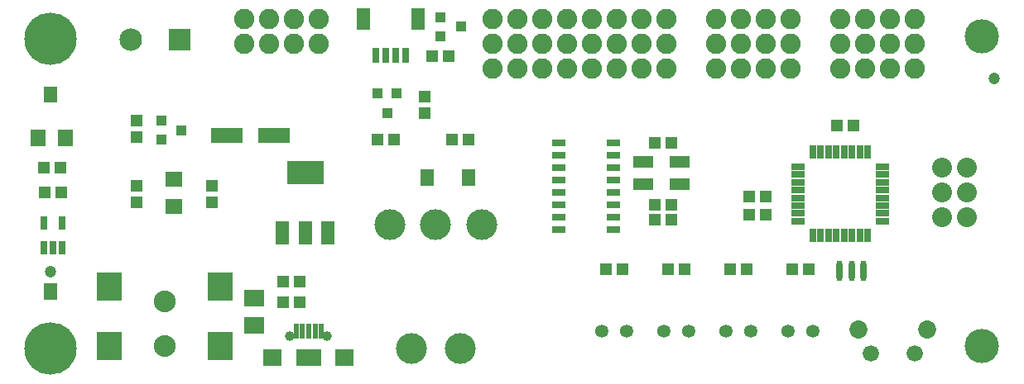
<source format=gts>
G04 #@! TF.FileFunction,Soldermask,Top*
%FSLAX46Y46*%
G04 Gerber Fmt 4.6, Leading zero omitted, Abs format (unit mm)*
G04 Created by KiCad (PCBNEW 4.0.7) date 01/19/18 12:17:46*
%MOMM*%
%LPD*%
G01*
G04 APERTURE LIST*
%ADD10C,0.100000*%
%ADD11R,0.551180X1.600200*%
%ADD12R,1.950720X1.651000*%
%ADD13R,2.651760X1.651000*%
%ADD14C,1.000760*%
%ADD15R,2.302400X2.302400*%
%ADD16C,2.302400*%
%ADD17C,2.032000*%
%ADD18R,1.303020X1.201420*%
%ADD19R,1.201420X1.303020*%
%ADD20R,1.800860X1.602740*%
%ADD21R,1.602740X1.800860*%
%ADD22R,1.473200X1.671320*%
%ADD23C,1.352400*%
%ADD24R,2.001520X1.800860*%
%ADD25R,1.473200X0.838200*%
%ADD26R,1.102360X1.000760*%
%ADD27R,1.000760X1.102360*%
%ADD28R,1.402080X0.802640*%
%ADD29R,0.751840X1.402080*%
%ADD30C,5.352400*%
%ADD31C,0.652400*%
%ADD32R,0.762000X1.473200*%
%ADD33R,1.473200X0.762000*%
%ADD34O,0.652780X2.108200*%
%ADD35R,1.422400X2.438400*%
%ADD36R,3.802380X2.402840*%
%ADD37C,1.852400*%
%ADD38C,1.676400*%
%ADD39C,2.082800*%
%ADD40R,2.600960X3.002280*%
%ADD41C,2.235200*%
%ADD42R,3.202940X1.602740*%
%ADD43C,1.201420*%
%ADD44C,3.505200*%
%ADD45R,0.802640X1.551940*%
%ADD46R,1.402080X2.202180*%
%ADD47R,2.103120X1.303020*%
%ADD48C,3.152400*%
G04 APERTURE END LIST*
D10*
D11*
X130543300Y-112466120D03*
X129895600Y-112466120D03*
X131841240Y-112466120D03*
X131191000Y-112466120D03*
D12*
X126860300Y-115189000D03*
X134226300Y-115189000D03*
D13*
X130543300Y-115189000D03*
D11*
X129245360Y-112466120D03*
D14*
X128643380Y-112989360D03*
X132443220Y-112989360D03*
D15*
X117348000Y-82575400D03*
D16*
X112349280Y-82575400D03*
D17*
X195326000Y-95758000D03*
X197866000Y-95758000D03*
X195326000Y-98298000D03*
X197866000Y-98298000D03*
X195326000Y-100838000D03*
X197866000Y-100838000D03*
D18*
X186268360Y-91440000D03*
X184571640Y-91440000D03*
D19*
X120650000Y-99273360D03*
X120650000Y-97576640D03*
D20*
X116713000Y-96895920D03*
X116713000Y-99695000D03*
D19*
X112903000Y-97576640D03*
X112903000Y-99273360D03*
D21*
X105664000Y-92710000D03*
X102864920Y-92710000D03*
D18*
X105156000Y-95758000D03*
X103459280Y-95758000D03*
X175595280Y-98679000D03*
X177292000Y-98679000D03*
X167599360Y-99568000D03*
X165902640Y-99568000D03*
X165902640Y-93218000D03*
X167599360Y-93218000D03*
X165902640Y-101092000D03*
X167599360Y-101092000D03*
X105254360Y-98298000D03*
X103557640Y-98298000D03*
D22*
X146928840Y-96774000D03*
X142631160Y-96774000D03*
D23*
X182118000Y-112522000D03*
X179578000Y-112522000D03*
X175768000Y-112522000D03*
X173228000Y-112522000D03*
X163068000Y-112522000D03*
X160528000Y-112522000D03*
X169418000Y-112522000D03*
X166878000Y-112522000D03*
D24*
X124968000Y-109090460D03*
X124968000Y-111889540D03*
D25*
X104140000Y-87833200D03*
X104140000Y-88646000D03*
X104140000Y-108864400D03*
X104140000Y-108051600D03*
D26*
X115443000Y-90932000D03*
X115443000Y-92831920D03*
X117541040Y-91881960D03*
D27*
X139506960Y-88074500D03*
X137607040Y-88074500D03*
X138557000Y-90172540D03*
D18*
X168996360Y-106172000D03*
X167299640Y-106172000D03*
X160949640Y-106172000D03*
X162646360Y-106172000D03*
X177292000Y-100584000D03*
X175595280Y-100584000D03*
D19*
X112903000Y-90932000D03*
X112903000Y-92628720D03*
D18*
X179999640Y-106172000D03*
X181696360Y-106172000D03*
X175346360Y-106172000D03*
X173649640Y-106172000D03*
X137607040Y-92837000D03*
X139303760Y-92837000D03*
D19*
X142392400Y-90170000D03*
X142392400Y-88473280D03*
D18*
X129626360Y-107442000D03*
X127929640Y-107442000D03*
X127929640Y-109524800D03*
X129626360Y-109524800D03*
D28*
X161676080Y-102108000D03*
X161676080Y-100838000D03*
X161676080Y-99568000D03*
X161676080Y-98298000D03*
X161676080Y-97028000D03*
X161676080Y-95758000D03*
X161676080Y-94488000D03*
X161676080Y-93218000D03*
X156077920Y-93218000D03*
X156077920Y-94488000D03*
X156077920Y-95758000D03*
X156077920Y-97028000D03*
X156077920Y-98298000D03*
X156077920Y-99568000D03*
X156077920Y-100838000D03*
X156077920Y-102108000D03*
D29*
X103418640Y-103964740D03*
X104368600Y-103964740D03*
X105318560Y-103964740D03*
X105318560Y-101368860D03*
X103418640Y-101368860D03*
D30*
X104140000Y-82550000D03*
D31*
X106172000Y-82550000D03*
X102108000Y-82550000D03*
X104140000Y-80518000D03*
X104140000Y-84582000D03*
X105664000Y-84074000D03*
X105664000Y-81026000D03*
X102616000Y-81026000D03*
X102616000Y-84074000D03*
D32*
X182112920Y-102717600D03*
X182913020Y-102717600D03*
X183713120Y-102717600D03*
X184513220Y-102717600D03*
X185310780Y-102717600D03*
X186110880Y-102717600D03*
X186910980Y-102717600D03*
X187711080Y-102717600D03*
D33*
X189204600Y-101224080D03*
X189204600Y-100423980D03*
X189204600Y-99623880D03*
X189204600Y-98823780D03*
X189204600Y-98026220D03*
X189204600Y-97226120D03*
X189204600Y-96426020D03*
X189204600Y-95625920D03*
D32*
X187711080Y-94132400D03*
X186910980Y-94132400D03*
X186110880Y-94132400D03*
X185310780Y-94132400D03*
X184513220Y-94132400D03*
X183713120Y-94132400D03*
X182913020Y-94132400D03*
X182112920Y-94132400D03*
D33*
X180619400Y-95625920D03*
X180619400Y-96426020D03*
X180619400Y-97226120D03*
X180619400Y-98026220D03*
X180619400Y-98823780D03*
X180619400Y-99623880D03*
X180619400Y-100423980D03*
X180619400Y-101224080D03*
D30*
X104140000Y-114300000D03*
D31*
X106172000Y-114300000D03*
X102108000Y-114300000D03*
X104140000Y-112268000D03*
X104140000Y-116332000D03*
X105664000Y-115824000D03*
X105664000Y-112776000D03*
X102616000Y-112776000D03*
X102616000Y-115824000D03*
D34*
X184856120Y-106299000D03*
X186055000Y-106299000D03*
X187253880Y-106299000D03*
D35*
X127863600Y-102413800D03*
X130175000Y-102413800D03*
X132486400Y-102413800D03*
D36*
X130175000Y-96216200D03*
D37*
X193782000Y-112308000D03*
D38*
X192532000Y-114808000D03*
X188032000Y-114808000D03*
D37*
X186782000Y-112308000D03*
D26*
X144035780Y-80330040D03*
X144035780Y-82229960D03*
X146133820Y-81280000D03*
D18*
X145201640Y-92837000D03*
X146898360Y-92837000D03*
X143169640Y-84328000D03*
X144866360Y-84328000D03*
D39*
X159512000Y-83058000D03*
X162052000Y-83058000D03*
X164592000Y-83058000D03*
X167132000Y-83058000D03*
X184912000Y-83058000D03*
X187452000Y-83058000D03*
X189992000Y-83058000D03*
X192532000Y-83058000D03*
X172212000Y-83058000D03*
X174752000Y-83058000D03*
X177292000Y-83058000D03*
X179832000Y-83058000D03*
X149352000Y-83058000D03*
X151892000Y-83058000D03*
X154432000Y-83058000D03*
X156972000Y-83058000D03*
X159512000Y-80518000D03*
X162052000Y-80518000D03*
X164592000Y-80518000D03*
X167132000Y-80518000D03*
X149352000Y-80518000D03*
X151892000Y-80518000D03*
X154432000Y-80518000D03*
X156972000Y-80518000D03*
X159512000Y-85598000D03*
X162052000Y-85598000D03*
X164592000Y-85598000D03*
X167132000Y-85598000D03*
X184912000Y-85598000D03*
X187452000Y-85598000D03*
X189992000Y-85598000D03*
X192532000Y-85598000D03*
X172212000Y-85598000D03*
X174752000Y-85598000D03*
X177292000Y-85598000D03*
X179832000Y-85598000D03*
X149352000Y-85598000D03*
X151892000Y-85598000D03*
X154432000Y-85598000D03*
X156972000Y-85598000D03*
D40*
X121523760Y-114046000D03*
X121523760Y-107947460D03*
X110124240Y-114046000D03*
X110124240Y-107947460D03*
D41*
X115824000Y-114046000D03*
X115824000Y-109474000D03*
D42*
X127000000Y-92456000D03*
X122204480Y-92456000D03*
D43*
X200660000Y-86614000D03*
X104140000Y-106426000D03*
D44*
X199390000Y-114046000D03*
X199390000Y-82296000D03*
D39*
X131572000Y-80518000D03*
X129032000Y-80518000D03*
X126492000Y-80518000D03*
X123952000Y-80518000D03*
X123952000Y-83058000D03*
X126492000Y-83058000D03*
X129032000Y-83058000D03*
X131572000Y-83058000D03*
D45*
X140436600Y-84201000D03*
X139435840Y-84201000D03*
X138440160Y-84201000D03*
X137439400Y-84201000D03*
D46*
X136138920Y-80528160D03*
X141737080Y-80528160D03*
D39*
X184912000Y-80518000D03*
X187452000Y-80518000D03*
X189992000Y-80518000D03*
X192532000Y-80518000D03*
X172212000Y-80518000D03*
X174752000Y-80518000D03*
X177292000Y-80518000D03*
X179832000Y-80518000D03*
D47*
X168473120Y-95117920D03*
X164774880Y-95117920D03*
X164774880Y-97414080D03*
X168473120Y-97414080D03*
D48*
X138810000Y-101600000D03*
X143510000Y-101600000D03*
X148210000Y-101600000D03*
X141010000Y-114300000D03*
X146010000Y-114300000D03*
M02*

</source>
